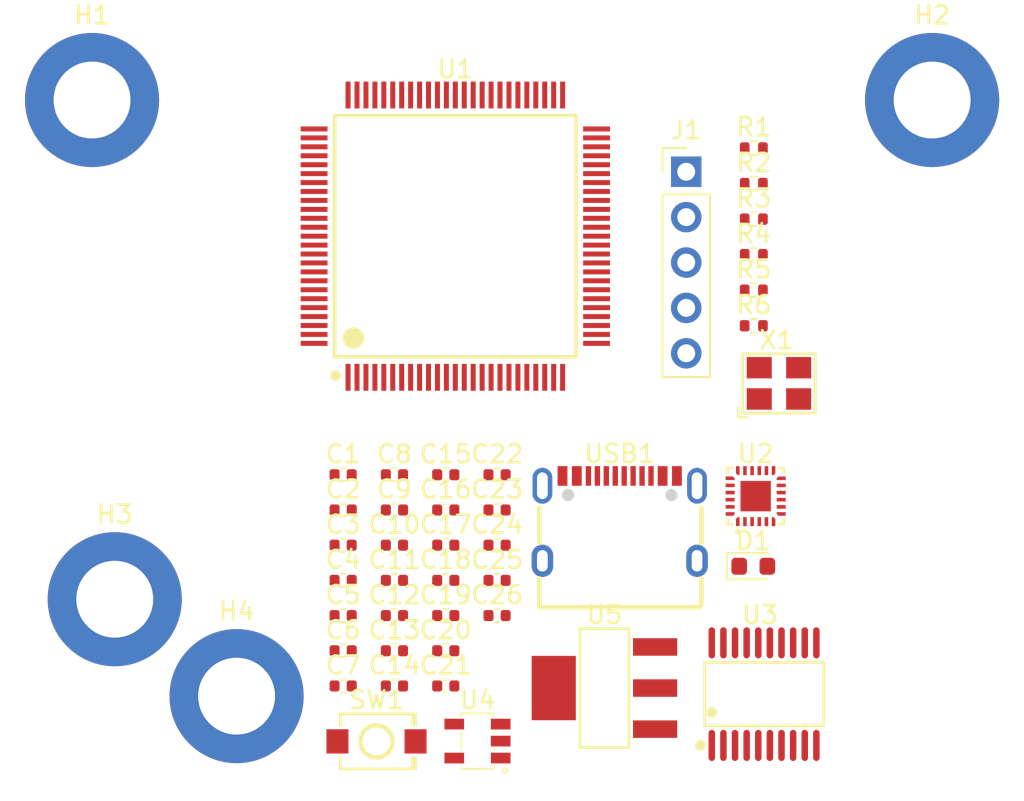
<source format=kicad_pcb>
(kicad_pcb (version 20240108) (generator "pcbnew") (generator_version "8.0")
  (layers (0 "F.Cu" signal) (31 "B.Cu" signal) (34 "B.Paste" user) (35 "F.Paste" user) (36 "B.SilkS" user "B.Silkscreen") (37 "F.SilkS" user "F.Silkscreen") (38 "B.Mask" user) (39 "F.Mask" user) (44 "Edge.Cuts" user))
  (net 0 "")
  (net 1 "/nrst")
  (net 2 "GND")
  (net 3 "Net-(U1-PH0-OSC_IN)")
  (net 4 "Net-(U1-PH1-OSC_OUT)")
  (net 5 "+3.3V")
  (net 6 "Net-(C10-Pad1)")
  (net 7 "Net-(C12-Pad1)")
  (net 8 "+1V8")
  (net 9 "Net-(U2-REGOUT)")
  (net 10 "+5V")
  (net 11 "Net-(D1-A)")
  (net 12 "/SWCLK")
  (net 13 "/SWDIO")
  (net 14 "/boot0")
  (net 15 "Net-(USB1-CC2)")
  (net 16 "Net-(USB1-CC1)")
  (net 23 "/SPI_MOSI")
  (net 36 "/USB-")
  (net 46 "/USB+")
  (net 54 "/SPI_CS")
  (net 81 "/SPI_MISO")
  (net 91 "/SPI_SCK")
  (net 95 "/SCK")
  (net 106 "/MOSI")
  (net 109 "/MISO")
  (net 114 "/CS")
  (footprint "Capacitor_SMD:C_0402_1005Metric" (layer "F.Cu") (at 139.165 110.835)
    (property "Reference" "C20" (at 0 -1.16 0) (layer "F.SilkS"))
    (property "Value" "100nF")
    (fp_line (start -0.107836 -0.36) (end 0.107836 -0.36) (stroke (width 0.12)) (layer "F.SilkS"))
    (fp_line (start -0.107836 0.36) (end 0.107836 0.36) (stroke (width 0.12)) (layer "F.SilkS"))
    (pad "1" smd roundrect (at -0.48 0) (size 0.56 0.62) (layers "F.Cu" "F.Paste" "F.Mask") (net 5 "+3.3V"))
    (pad "2" smd roundrect (at 0.48 0) (size 0.56 0.62) (layers "F.Cu" "F.Paste" "F.Mask") (net 2 "GND"))
  )
  (footprint "Capacitor_SMD:C_0402_1005Metric" (layer "F.Cu") (at 133.425 100.985)
    (property "Reference" "C1" (at 0 -1.16 0) (layer "F.SilkS"))
    (property "Value" "1uF")
    (fp_line (start -0.107836 -0.36) (end 0.107836 -0.36) (stroke (width 0.12)) (layer "F.SilkS"))
    (fp_line (start -0.107836 0.36) (end 0.107836 0.36) (stroke (width 0.12)) (layer "F.SilkS"))
    (pad "1" smd roundrect (at -0.48 0) (size 0.56 0.62) (layers "F.Cu" "F.Paste" "F.Mask") (net 2 "GND"))
    (pad "2" smd roundrect (at 0.48 0) (size 0.56 0.62) (layers "F.Cu" "F.Paste" "F.Mask") (net 1 "/nrst"))
  )
  (footprint "Connector_PinHeader_2.54mm:PinHeader_1x05_P2.54mm_Vertical" (layer "F.Cu") (at 152.615 84.025)
    (property "Reference" "J1" (at 0 -2.33 0) (layer "F.SilkS"))
    (property "Value" "SWD_interface")
    (fp_line (start -1.33 -1.33) (end 0 -1.33) (stroke (width 0.12)) (layer "F.SilkS"))
    (fp_line (start -1.33 0) (end -1.33 -1.33) (stroke (width 0.12)) (layer "F.SilkS"))
    (fp_line (start -1.33 1.27) (end -1.33 11.49) (stroke (width 0.12)) (layer "F.SilkS"))
    (fp_line (start -1.33 1.27) (end 1.33 1.27) (stroke (width 0.12)) (layer "F.SilkS"))
    (fp_line (start -1.33 11.49) (end 1.33 11.49) (stroke (width 0.12)) (layer "F.SilkS"))
    (fp_line (start 1.33 1.27) (end 1.33 11.49) (stroke (width 0.12)) (layer "F.SilkS"))
    (pad "1" thru_hole rect (at 0 0) (size 1.7 1.7) (drill 1) (layers "*.Cu" "*.Mask") (net 12 "/SWCLK"))
    (pad "2" thru_hole oval (at 0 2.54) (size 1.7 1.7) (drill 1) (layers "*.Cu" "*.Mask") (net 13 "/SWDIO"))
    (pad "3" thru_hole oval (at 0 5.08) (size 1.7 1.7) (drill 1) (layers "*.Cu" "*.Mask") (net 2 "GND"))
    (pad "4" thru_hole oval (at 0 7.62) (size 1.7 1.7) (drill 1) (layers "*.Cu" "*.Mask") (net 5 "+3.3V"))
    (pad "5" thru_hole oval (at 0 10.16) (size 1.7 1.7) (drill 1) (layers "*.Cu" "*.Mask") (net 14 "/boot0"))
  )
  (footprint "Capacitor_SMD:C_0402_1005Metric" (layer "F.Cu") (at 139.165 100.985)
    (property "Reference" "C15" (at 0 -1.16 0) (layer "F.SilkS"))
    (property "Value" "1uF")
    (fp_line (start -0.107836 -0.36) (end 0.107836 -0.36) (stroke (width 0.12)) (layer "F.SilkS"))
    (fp_line (start -0.107836 0.36) (end 0.107836 0.36) (stroke (width 0.12)) (layer "F.SilkS"))
    (pad "1" smd roundrect (at -0.48 0) (size 0.56 0.62) (layers "F.Cu" "F.Paste" "F.Mask") (net 2 "GND"))
    (pad "2" smd roundrect (at 0.48 0) (size 0.56 0.62) (layers "F.Cu" "F.Paste" "F.Mask") (net 8 "+1V8"))
  )
  (footprint "AMS1117-3.3:SOT-223-4_L6.5-W3.5-P2.30-LS7.0-BR" (layer "F.Cu") (at 148.04 112.92225)
    (property "Reference" "U5" (at 0 -4.10225 0) (layer "F.SilkS"))
    (property "Value" "~")
    (fp_line (start -1.3715 -3.326) (end 1.3715 -3.326) (stroke (width 0.1525)) (layer "F.SilkS"))
    (fp_line (start -1.3715 3.326) (end -1.3715 -3.326) (stroke (width 0.1525)) (layer "F.SilkS"))
    (fp_line (start 1.3715 -3.326) (end 1.3715 3.326) (stroke (width 0.1525)) (layer "F.SilkS"))
    (fp_line (start 1.3715 3.326) (end -1.3715 3.326) (stroke (width 0.1525)) (layer "F.SilkS"))
    (pad "1" smd rect (at 2.835 2.3) (size 2.47 0.98) (layers "F.Cu" "F.Paste" "F.Mask") (net 2 "GND"))
    (pad "2" smd rect (at 2.835 0) (size 2.47 0.98) (layers "F.Cu" "F.Paste" "F.Mask") (net 5 "+3.3V"))
    (pad "3" smd rect (at 2.835 -2.3) (size 2.47 0.98) (layers "F.Cu" "F.Paste" "F.Mask") (net 10 "+5V"))
    (pad "4" smd rect (at -2.835 0) (size 2.47 3.6) (layers "F.Cu" "F.Paste" "F.Mask") (net 5 "+3.3V"))
  )
  (footprint "STM32H750VBT6TR:QFP-100_L14.0-W14.0-P0.50-LS16.0-BL" (layer "F.Cu") (at 139.7 87.63)
    (property "Reference" "U1" (at 0 -9.35 0) (layer "F.SilkS"))
    (property "Value" "~")
    (fp_line (start -6.75 -6.75) (end -6.75 6.75) (stroke (width 0.2)) (layer "F.SilkS"))
    (fp_line (start -6.75 6.75) (end 6.75 6.75) (stroke (width 0.2)) (layer "F.SilkS"))
    (fp_line (start 6.75 -6.75) (end -6.75 -6.75) (stroke (width 0.2)) (layer "F.SilkS"))
    (fp_line (start 6.75 6.75) (end 6.75 -6.75) (stroke (width 0.2)) (layer "F.SilkS"))
    (fp_arc (start -6.699 7.65) (mid -6.69975 7.950003) (end -6.7015 7.65) (stroke (width 0.3)) (layer "F.SilkS"))
    (fp_arc (start -5.6975 5.4) (mid -5.7 6.00001) (end -5.7025 5.4) (stroke (width 0.6)) (layer "F.SilkS"))
    (pad "1" smd rect (at -6 7.9 180) (size 0.28 1.5) (layers "F.Cu" "F.Paste" "F.Mask"))
    (pad "2" smd rect (at -5.5 7.9 180) (size 0.28 1.5) (layers "F.Cu" "F.Paste" "F.Mask"))
    (pad "3" smd rect (at -5 7.9 180) (size 0.28 1.5) (layers "F.Cu" "F.Paste" "F.Mask"))
    (pad "4" smd rect (at -4.5 7.9 180) (size 0.28 1.5) (layers "F.Cu" "F.Paste" "F.Mask"))
    (pad "5" smd rect (at -4 7.9 180) (size 0.28 1.5) (layers "F.Cu" "F.Paste" "F.Mask"))
    (pad "6" smd rect (at -3.5 7.9 180) (size 0.28 1.5) (layers "F.Cu" "F.Paste" "F.Mask") (net 5 "+3.3V"))
    (pad "7" smd rect (at -3 7.9 180) (size 0.28 1.5) (layers "F.Cu" "F.Paste" "F.Mask"))
    (pad "8" smd rect (at -2.5 7.9 180) (size 0.28 1.5) (layers "F.Cu" "F.Paste" "F.Mask"))
    (pad "9" smd rect (at -2 7.9 180) (size 0.28 1.5) (layers "F.Cu" "F.Paste" "F.Mask"))
    (pad "10" smd rect (at -1.5 7.9 180) (size 0.28 1.5) (layers "F.Cu" "F.Paste" "F.Mask") (net 2 "GND"))
    (pad "11" smd rect (at -1 7.9 180) (size 0.28 1.5) (layers "F.Cu" "F.Paste" "F.Mask") (net 5 "+3.3V"))
    (pad "12" smd rect (at -0.5 7.9 180) (size 0.28 1.5) (layers "F.Cu" "F.Paste" "F.Mask") (net 3 "Net-(U1-PH0-OSC_IN)"))
    (pad "13" smd rect (at 0 7.9 180) (size 0.28 1.5) (layers "F.Cu" "F.Paste" "F.Mask") (net 4 "Net-(U1-PH1-OSC_OUT)"))
    (pad "14" smd rect (at 0.5 7.9 180) (size 0.28 1.5) (layers "F.Cu" "F.Paste" "F.Mask") (net 1 "/nrst"))
    (pad "15" smd rect (at 1 7.9 180) (size 0.28 1.5) (layers "F.Cu" "F.Paste" "F.Mask"))
    (pad "16" smd rect (at 1.5 7.9 180) (size 0.28 1.5) (layers "F.Cu" "F.Paste" "F.Mask"))
    (pad "17" smd rect (at 2 7.9 180) (size 0.28 1.5) (layers "F.Cu" "F.Paste" "F.Mask"))
    (pad "18" smd rect (at 2.5 7.9 180) (size 0.28 1.5) (layers "F.Cu" "F.Paste" "F.Mask"))
    (pad "19" smd rect (at 3 7.9 180) (size 0.28 1.5) (layers "F.Cu" "F.Paste" "F.Mask") (net 2 "GND"))
    (pad "20" smd rect (at 3.5 7.9 180) (size 0.28 1.5) (layers "F.Cu" "F.Paste" "F.Mask") (net 5 "+3.3V"))
    (pad "21" smd rect (at 4 7.9 180) (size 0.28 1.5) (layers "F.Cu" "F.Paste" "F.Mask") (net 5 "+3.3V"))
    (pad "22" smd rect (at 4.5 7.9 180) (size 0.28 1.5) (layers "F.Cu" "F.Paste" "F.Mask"))
    (pad "23" smd rect (at 5 7.9 180) (size 0.28 1.5) (layers "F.Cu" "F.Paste" "F.Mask"))
    (pad "24" smd rect (at 5.5 7.9 180) (size 0.28 1.5) (layers "F.Cu" "F.Paste" "F.Mask"))
    (pad "25" smd rect (at 6 7.9 180) (size 0.28 1.5) (layers "F.Cu" "F.Paste" "F.Mask"))
    (pad "26" smd rect (at 7.9 6 90) (size 0.28 1.5) (layers "F.Cu" "F.Paste" "F.Mask") (net 2 "GND"))
    (pad "27" smd rect (at 7.9 5.5 90) (size 0.28 1.5) (layers "F.Cu" "F.Paste" "F.Mask") (net 5 "+3.3V"))
    (pad "28" smd rect (at 7.9 5 90) (size 0.28 1.5) (layers "F.Cu" "F.Paste" "F.Mask"))
    (pad "29" smd rect (at 7.9 4.5 90) (size 0.28 1.5) (layers "F.Cu" "F.Paste" "F.Mask"))
    (pad "30" smd rect (at 7.9 4 90) (size 0.28 1.5) (layers "F.Cu" "F.Paste" "F.Mask"))
    (pad "31" smd rect (at 7.9 3.5 90) (size 0.28 1.5) (layers "F.Cu" "F.Paste" "F.Mask"))
    (pad "32" smd rect (at 7.9 3 90) (size 0.28 1.5) (layers "F.Cu" "F.Paste" "F.Mask"))
    (pad "33" smd rect (at 7.9 2.5 90) (size 0.28 1.5) (layers "F.Cu" "F.Paste" "F.Mask"))
    (pad "34" smd rect (at 7.9 2 90) (size 0.28 1.5) (layers "F.Cu" "F.Paste" "F.Mask"))
    (pad "35" smd rect (at 7.9 1.5 90) (size 0.28 1.5) (layers "F.Cu" "F.Paste" "F.Mask"))
    (pad "36" smd rect (at 7.9 1 90) (size 0.28 1.5) (layers "F.Cu" "F.Paste" "F.Mask"))
    (pad "37" smd rect (at 7.9 0.5 90) (size 0.28 1.5) (layers "F.Cu" "F.Paste" "F.Mask"))
    (pad "38" smd rect (at 7.9 0 90) (size 0.28 1.5) (layers "F.Cu" "F.Paste" "F.Mask"))
    (pad "39" smd rect (at 7.9 -0.5 90) (size 0.28 1.5) (layers "F.Cu" "F.Paste" "F.Mask"))
    (pad "40" smd rect (at 7.9 -1 90) (size 0.28 1.5) (layers "F.Cu" "F.Paste" "F.Mask"))
    (pad "41" smd rect (at 7.9 -1.5 90) (size 0.28 1.5) (layers "F.Cu" "F.Paste" "F.Mask"))
    (pad "42" smd rect (at 7.9 -2 90) (size 0.28 1.5) (layers "F.Cu" "F.Paste" "F.Mask"))
    (pad "43" smd rect (at 7.9 -2.5 90) (size 0.28 1.5) (layers "F.Cu" "F.Paste" "F.Mask"))
    (pad "44" smd rect (at 7.9 -3 90) (size 0.28 1.5) (layers "F.Cu" "F.Paste" "F.Mask"))
    (pad "45" smd rect (at 7.9 -3.5 90) (size 0.28 1.5) (layers "F.Cu" "F.Paste" "F.Mask"))
    (pad "46" smd rect (at 7.9 -4 90) (size 0.28 1.5) (layers "F.Cu" "F.Paste" "F.Mask"))
    (pad "47" smd rect (at 7.9 -4.5 90) (size 0.28 1.5) (layers "F.Cu" "F.Paste" "F.Mask"))
    (pad "48" smd rect (at 7.9 -5 90) (size 0.28 1.5) (layers "F.Cu" "F.Paste" "F.Mask") (net 6 "Net-(C10-Pad1)"))
    (pad "49" smd rect (at 7.9 -5.5 90) (size 0.28 1.5) (layers "F.Cu" "F.Paste" "F.Mask") (net 2 "GND"))
    (pad "50" smd rect (at 7.9 -6 90) (size 0.28 1.5) (layers "F.Cu" "F.Paste" "F.Mask") (net 5 "+3.3V"))
    (pad "51" smd rect (at 6 -7.9 180) (size 0.28 1.5) (layers "F.Cu" "F.Paste" "F.Mask"))
    (pad "52" smd rect (at 5.5 -7.9 180) (size 0.28 1.5) (layers "F.Cu" "F.Paste" "F.Mask"))
    (pad "53" smd rect (at 5 -7.9 180) (size 0.28 1.5) (layers "F.Cu" "F.Paste" "F.Mask"))
    (pad "54" smd rect (at 4.5 -7.9 180) (size 0.28 1.5) (layers "F.Cu" "F.Paste" "F.Mask"))
    (pad "55" smd rect (at 4 -7.9 180) (size 0.28 1.5) (layers "F.Cu" "F.Paste" "F.Mask"))
    (pad "56" smd rect (at 3.5 -7.9 180) (size 0.28 1.5) (layers "F.Cu" "F.Paste" "F.Mask"))
    (pad "57" smd rect (at 3 -7.9 180) (size 0.28 1.5) (layers "F.Cu" "F.Paste" "F.Mask"))
    (pad "58" smd rect (at 2.5 -7.9 180) (size 0.28 1.5) (layers "F.Cu" "F.Paste" "F.Mask"))
    (pad "59" smd rect (at 2 -7.9 180) (size 0.28 1.5) (layers "F.Cu" "F.Paste" "F.Mask"))
    (pad "60" smd rect (at 1.5 -7.9 180) (size 0.28 1.5) (layers "F.Cu" "F.Paste" "F.Mask"))
    (pad "61" smd rect (at 1 -7.9 180) (size 0.28 1.5) (layers "F.Cu" "F.Paste" "F.Mask"))
    (pad "62" smd rect (at 0.5 -7.9 180) (size 0.28 1.5) (layers "F.Cu" "F.Paste" "F.Mask"))
    (pad "63" smd rect (at 0 -7.9 180) (size 0.28 1.5) (layers "F.Cu" "F.Paste" "F.Mask"))
    (pad "64" smd rect (at -0.5 -7.9 180) (size 0.28 1.5) (layers "F.Cu" "F.Paste" "F.Mask"))
    (pad "65" smd rect (at -1 -7.9 180) (size 0.28 1.5) (layers "F.Cu" "F.Paste" "F.Mask"))
    (pad "66" smd rect (at -1.5 -7.9 180) (size 0.28 1.5) (layers "F.Cu" "F.Paste" "F.Mask"))
    (pad "67" smd rect (at -2 -7.9 180) (size 0.28 1.5) (layers "F.Cu" "F.Paste" "F.Mask"))
    (pad "68" smd rect (at -2.5 -7.9 180) (size 0.28 1.5) (layers "F.Cu" "F.Paste" "F.Mask"))
    (pad "69" smd rect (at -3 -7.9 180) (size 0.28 1.5) (layers "F.Cu" "F.Paste" "F.Mask"))
    (pad "70" smd rect (at -3.5 -7.9 180) (size 0.28 1.5) (layers "F.Cu" "F.Paste" "F.Mask") (net 36 "/USB-"))
    (pad "71" smd rect (at -4 -7.9 180) (size 0.28 1.5) (layers "F.Cu" "F.Paste" "F.Mask") (net 46 "/USB+"))
    (pad "72" smd rect (at -4.5 -7.9 180) (size 0.28 1.5) (layers "F.Cu" "F.Paste" "F.Mask") (net 13 "/SWDIO"))
    (pad "73" smd rect (at -5 -7.9 180) (size 0.28 1.5) (layers "F.Cu" "F.Paste" "F.Mask") (net 7 "Net-(C12-Pad1)"))
    (pad "74" smd rect (at -5.5 -7.9 180) (size 0.28 1.5) (layers "F.Cu" "F.Paste" "F.Mask") (net 2 "GND"))
    (pad "75" smd rect (at -6 -7.9 180) (size 0.28 1.5) (layers "F.Cu" "F.Paste" "F.Mask") (net 5 "+3.3V"))
    (pad "76" smd rect (at -7.9 -6 90) (size 0.28 1.5) (layers "F.Cu" "F.Paste" "F.Mask") (net 12 "/SWCLK"))
    (pad "77" smd rect (at -7.9 -5.5 90) (size 0.28 1.5) (layers "F.Cu" "F.Paste" "F.Mask") (net 54 "/SPI_CS"))
    (pad "78" smd rect (at -7.9 -5 90) (size 0.28 1.5) (layers "F.Cu" "F.Paste" "F.Mask"))
    (pad "79" smd rect (at -7.9 -4.5 90) (size 0.28 1.5) (layers "F.Cu" "F.Paste" "F.Mask"))
    (pad "80" smd rect (at -7.9 -4 90) (size 0.28 1.5) (layers "F.Cu" "F.Paste" "F.Mask"))
    (pad "81" smd rect (at -7.9 -3.5 90) (size 0.28 1.5) (layers "F.Cu" "F.Paste" "F.Mask"))
    (pad "82" smd rect (at -7.9 -3 90) (size 0.28 1.5) (layers "F.Cu" "F.Paste" "F.Mask"))
    (pad "83" smd rect (at -7.9 -2.5 90) (size 0.28 1.5) (layers "F.Cu" "F.Paste" "F.Mask"))
    (pad "84" smd rect (at -7.9 -2 90) (size 0.28 1.5) (layers "F.Cu" "F.Paste" "F.Mask"))
    (pad "85" smd rect (at -7.9 -1.5 90) (size 0.28 1.5) (layers "F.Cu" "F.Paste" "F.Mask"))
    (pad "86" smd rect (at -7.9 -1 90) (size 0.28 1.5) (layers "F.Cu" "F.Paste" "F.Mask"))
    (pad "87" smd rect (at -7.9 -0.5 90) (size 0.28 1.5) (layers "F.Cu" "F.Paste" "F.Mask"))
    (pad "88" smd rect (at -7.9 0 90) (size 0.28 1.5) (layers "F.Cu" "F.Paste" "F.Mask") (net 23 "/SPI_MOSI"))
    (pad "89" smd rect (at -7.9 0.5 90) (size 0.28 1.5) (layers "F.Cu" "F.Paste" "F.Mask") (net 91 "/SPI_SCK"))
    (pad "90" smd rect (at -7.9 1 90) (size 0.28 1.5) (layers "F.Cu" "F.Paste" "F.Mask") (net 81 "/SPI_MISO"))
    (pad "91" smd rect (at -7.9 1.5 90) (size 0.28 1.5) (layers "F.Cu" "F.Paste" "F.Mask"))
    (pad "92" smd rect (at -7.9 2 90) (size 0.28 1.5) (layers "F.Cu" "F.Paste" "F.Mask"))
    (pad "93" smd rect (at -7.9 2.5 90) (size 0.28 1.5) (layers "F.Cu" "F.Paste" "F.Mask"))
    (pad "94" smd rect (at -7.9 3 90) (size 0.28 1.5) (layers "F.Cu" "F.Paste" "F.Mask") (net 14 "/boot0"))
    (pad "95" smd rect (at -7.9 3.5 90) (size 0.28 1.5) (layers "F.Cu" "F.Paste" "F.Mask"))
    (pad "96" smd rect (at -7.9 4 90) (size 0.28 1.5) (layers "F.Cu" "F.Paste" "F.Mask"))
    (pad "97" smd rect (at -7.9 4.5 90) (size 0.28 1.5) (layers "F.Cu" "F.Paste" "F.Mask"))
    (pad "98" smd rect (at -7.9 5 90) (size 0.28 1.5) (layers "F.Cu" "F.Paste" "F.Mask"))
    (pad "99" smd rect (at -7.9 5.5 90) (size 0.28 1.5) (layers "F.Cu" "F.Paste" "F.Mask") (net 2 "GND"))
    (pad "100" smd rect (at -7.9 6 90) (size 0.28 1.5) (layers "F.Cu" "F.Paste" "F.Mask") (net 5 "+3.3V"))
  )
  (footprint "Resistor_SMD:R_0402_1005Metric" (layer "F.Cu") (at 156.395 90.655)
    (property "Reference" "R5" (at 0 -1.17 0) (layer "F.SilkS"))
    (property "Value" "10k")
    (fp_line (start -0.153641 -0.38) (end 0.153641 -0.38) (stroke (width 0.12)) (layer "F.SilkS"))
    (fp_line (start -0.153641 0.38) (end 0.153641 0.38) (stroke (width 0.12)) (layer "F.SilkS"))
    (pad "1" smd roundrect (at -0.51 0) (size 0.54 0.64) (layers "F.Cu" "F.Paste" "F.Mask") (net 2 "GND"))
    (pad "2" smd roundrect (at 0.51 0) (size 0.54 0.64) (layers "F.Cu" "F.Paste" "F.Mask") (net 12 "/SWCLK"))
  )
  (footprint "TYPE-16-C:USB-C-SMD_TYPE-C-6PIN-2MD-073" (layer "F.Cu") (at 148.895 103.425)
    (property "Reference" "USB1" (at 0 -3.625 0) (layer "F.SilkS"))
    (property "Value" "~")
    (fp_line (start -4.5 1.394) (end -4.5 -0.594) (stroke (width 0.254)) (layer "F.SilkS"))
    (fp_line (start -4.5 4.975) (end -4.5 3.356) (stroke (width 0.254)) (layer "F.SilkS"))
    (fp_line (start 4.5 4.975) (end -4.5 4.975) (stroke (width 0.254)) (layer "F.SilkS"))
    (fp_line (start 4.572 1.397) (end 4.572 -0.597) (stroke (width 0.254)) (layer "F.SilkS"))
    (fp_line (start 4.572 4.826) (end 4.572 3.353) (stroke (width 0.254)) (layer "F.SilkS"))
    (fp_poly (pts (xy -2.54 -1.305) (xy -2.55713 -1.413156) (xy -2.606844 -1.510725) (xy -2.684275 -1.588156) (xy -2.781844 -1.63787) (xy -2.89 -1.655) (xy -2.998156 -1.63787) (xy -3.095725 -1.588156) (xy -3.173156 -1.510725) (xy -3.22287 -1.413156) (xy -3.24 -1.305) (xy -3.22287 -1.196844) (xy -3.173156 -1.099275) (xy -3.095725 -1.021844) (xy -2.998156 -0.97213) (xy -2.89 -0.955) (xy -2.781844 -0.97213) (xy -2.684275 -1.021844) (xy -2.606844 -1.099275) (xy -2.55713 -1.196844)) (fill solid) (layer "Edge.Cuts"))
    (fp_poly (pts (xy 3.24 -1.305) (xy 3.22287 -1.413156) (xy 3.173156 -1.510725) (xy 3.095725 -1.588156) (xy 2.998156 -1.63787) (xy 2.89 -1.655) (xy 2.781844 -1.63787) (xy 2.684275 -1.588156) (xy 2.606844 -1.510725) (xy 2.55713 -1.413156) (xy 2.54 -1.305) (xy 2.55713 -1.196844) (xy 2.606844 -1.099275) (xy 2.684275 -1.021844) (xy 2.781844 -0.97213) (xy 2.89 -0.955) (xy 2.998156 -0.97213) (xy 3.095725 -1.021844) (xy 3.173156 -1.099275) (xy 3.22287 -1.196844)) (fill solid) (layer "Edge.Cuts"))
    (pad "1" smd rect (at -3.2 -2.375) (size 0.55 1.1) (layers "F.Cu" "F.Paste" "F.Mask") (net 2 "GND"))
    (pad "2" smd rect (at -2.4 -2.375) (size 0.55 1.1) (layers "F.Cu" "F.Paste" "F.Mask") (net 10 "+5V"))
    (pad "3" smd rect (at -1.75 -2.375) (size 0.3 1.1) (layers "F.Cu" "F.Paste" "F.Mask"))
    (pad "4" smd rect (at -1.25 -2.375) (size 0.3 1.1) (layers "F.Cu" "F.Paste" "F.Mask") (net 16 "Net-(USB1-CC1)"))
    (pad "5" smd rect (at -0.75 -2.375) (size 0.3 1.1) (layers "F.Cu" "F.Paste" "F.Mask") (net 36 "/USB-"))
    (pad "6" smd rect (at -0.25 -2.375) (size 0.3 1.1) (layers "F.Cu" "F.Paste" "F.Mask") (net 46 "/USB+"))
    (pad "7" smd rect (at 0.25 -2.375) (size 0.3 1.1) (layers "F.Cu" "F.Paste" "F.Mask") (net 36 "/USB-"))
    (pad "8" smd rect (at 0.75 -2.375) (size 0.3 1.1) (layers "F.Cu" "F.Paste" "F.Mask") (net 46 "/USB+"))
    (pad "9" smd rect (at 1.25 -2.375) (size 0.3 1.1) (layers "F.Cu" "F.Paste" "F.Mask"))
    (pad "10" smd rect (at 1.75 -2.375) (size 0.3 1.1) (layers "F.Cu" "F.Paste" "F.Mask") (net 15 "Net-(USB1-CC2)"))
    (pad "11" smd rect (at 2.4 -2.375) (size 0.55 1.1) (layers "F.Cu" "F.Paste" "F.Mask") (net 10 "+5V"))
    (pad "12" smd rect (at 3.2 -2.375) (size 0.55 1.1) (layers "F.Cu" "F.Paste" "F.Mask") (net 2 "GND"))
    (pad "13" thru_hole oval (at -4.325 -1.825) (size 1.1 2) (drill oval 0.6 1.5) (layers "*.Cu" "*.Mask") (net 2 "GND"))
    (pad "13" thru_hole oval (at -4.325 2.375) (size 1.2 1.8) (drill oval 0.6 1.2) (layers "*.Cu" "*.Mask") (net 2 "GND"))
    (pad "14" thru_hole oval (at 4.325 -1.825) (size 1.1 2) (drill oval 0.6 1.5) (layers "*.Cu" "*.Mask") (net 2 "GND"))
    (pad "14" thru_hole oval (at 4.325 2.375) (size 1.2 1.8) (drill oval 0.6 1.2) (layers "*.Cu" "*.Mask") (net 2 "GND"))
  )
  (footprint "Capacitor_SMD:C_0402_1005Metric" (layer "F.Cu") (at 136.295 106.895)
    (property "Reference" "C11" (at 0 -1.16 0) (layer "F.SilkS"))
    (property "Value" "100nF")
    (fp_line (start -0.107836 -0.36) (end 0.107836 -0.36) (stroke (width 0.12)) (layer "F.SilkS"))
    (fp_line (start -0.107836 0.36) (end 0.107836 0.36) (stroke (width 0.12)) (layer "F.SilkS"))
    (pad "1" smd roundrect (at -0.48 0) (size 0.56 0.62) (layers "F.Cu" "F.Paste" "F.Mask") (net 2 "GND"))
    (pad "2" smd roundrect (at 0.48 0) (size 0.56 0.62) (layers "F.Cu" "F.Paste" "F.Mask") (net 5 "+3.3V"))
  )
  (footprint "Capacitor_SMD:C_0402_1005Metric" (layer "F.Cu") (at 133.425 102.955)
    (property "Reference" "C2" (at 0 -1.16 0) (layer "F.SilkS"))
    (property "Value" "20pF")
    (fp_line (start -0.107836 -0.36) (end 0.107836 -0.36) (stroke (width 0.12)) (layer "F.SilkS"))
    (fp_line (start -0.107836 0.36) (end 0.107836 0.36) (stroke (width 0.12)) (layer "F.SilkS"))
    (pad "1" smd roundrect (at -0.48 0) (size 0.56 0.62) (layers "F.Cu" "F.Paste" "F.Mask") (net 3 "Net-(U1-PH0-OSC_IN)"))
    (pad "2" smd roundrect (at 0.48 0) (size 0.56 0.62) (layers "F.Cu" "F.Paste" "F.Mask") (net 2 "GND"))
  )
  (footprint "LP5907MFX-1.8:SOT-23-5_L3.0-W1.7-P0.95-LS2.8-BR" (layer "F.Cu") (at 140.94 115.89)
    (property "Reference" "U4" (at 0 -2.3 0) (layer "F.SilkS"))
    (property "Value" "~")
    (fp_line (start -0.9 -1.55) (end -0.9 -1.404) (stroke (width 0.1)) (layer "F.SilkS"))
    (fp_line (start -0.9 -1.55) (end 0.9 -1.55) (stroke (width 0.1)) (layer "F.SilkS"))
    (fp_line (start -0.9 -0.496) (end -0.9 0.496) (stroke (width 0.1)) (layer "F.SilkS"))
    (fp_line (start -0.9 1.404) (end -0.9 1.55) (stroke (width 0.1)) (layer "F.SilkS"))
    (fp_line (start -0.9 1.55) (end 0.9 1.55) (stroke (width 0.1)) (layer "F.SilkS"))
    (fp_line (start 0.9 -1.55) (end 0.9 -1.404) (stroke (width 0.1)) (layer "F.SilkS"))
    (fp_line (start 0.9 -0.496) (end 0.9 -0.454) (stroke (width 0.1)) (layer "F.SilkS"))
    (fp_line (start 0.9 0.454) (end 0.9 0.496) (stroke (width 0.1)) (layer "F.SilkS"))
    (fp_line (start 0.9 1.404) (end 0.9 1.55) (stroke (width 0.1)) (layer "F.SilkS"))
    (fp_circle (center 1.524 1.651) (end 1.651 1.651) (stroke (width 0.1)) (fill none) (layer "F.SilkS"))
    (pad "1" smd rect (at 1.3 0.95) (size 1.1 0.6) (layers "F.Cu" "F.Paste" "F.Mask") (net 5 "+3.3V"))
    (pad "2" smd rect (at 1.3 0) (size 1.1 0.6) (layers "F.Cu" "F.Paste" "F.Mask") (net 2 "GND"))
    (pad "3" smd rect (at 1.3 -0.95) (size 1.1 0.6) (layers "F.Cu" "F.Paste" "F.Mask") (net 5 "+3.3V"))
    (pad "4" smd rect (at -1.3 -0.95) (size 1.1 0.6) (layers "F.Cu" "F.Paste" "F.Mask"))
    (pad "5" smd rect (at -1.3 0.95) (size 1.1 0.6) (layers "F.Cu" "F.Paste" "F.Mask") (net 8 "+1V8"))
  )
  (footprint "Resistor_SMD:R_0402_1005Metric" (layer "F.Cu") (at 156.395 88.665)
    (property "Reference" "R4" (at 0 -1.17 0) (layer "F.SilkS"))
    (property "Value" "5.1k")
    (fp_line (start -0.153641 -0.38) (end 0.153641 -0.38) (stroke (width 0.12)) (layer "F.SilkS"))
    (fp_line (start -0.153641 0.38) (end 0.153641 0.38) (stroke (width 0.12)) (layer "F.SilkS"))
    (pad "1" smd roundrect (at -0.51 0) (size 0.54 0.64) (layers "F.Cu" "F.Paste" "F.Mask") (net 16 "Net-(USB1-CC1)"))
    (pad "2" smd roundrect (at 0.51 0) (size 0.54 0.64) (layers "F.Cu" "F.Paste" "F.Mask") (net 2 "GND"))
  )
  (footprint "ICM-20948:QFN-24_L3.0-W3.0-P0.40-BL-EP" (layer "F.Cu") (at 156.5 102.18)
    (property "Reference" "U2" (at 0 -2.38 0) (layer "F.SilkS"))
    (property "Value" "~")
    (fp_line (start -1.576 -1.576) (end -1.3025 -1.576) (stroke (width 0.1525)) (layer "F.SilkS"))
    (fp_line (start -1.576 -1.3025) (end -1.576 -1.576) (stroke (width 0.1525)) (layer "F.SilkS"))
    (fp_line (start -1.576 1.3025) (end -1.576 1.576) (stroke (width 0.1525)) (layer "F.SilkS"))
    (fp_line (start -1.576 1.576) (end -1.3025 1.576) (stroke (width 0.1525)) (layer "F.SilkS"))
    (fp_line (start 1.576 -1.576) (end 1.3025 -1.576) (stroke (width 0.1525)) (layer "F.SilkS"))
    (fp_line (start 1.576 -1.3025) (end 1.576 -1.576) (stroke (width 0.1525)) (layer "F.SilkS"))
    (fp_line (start 1.576 1.3025) (end 1.576 1.576) (stroke (width 0.1525)) (layer "F.SilkS"))
    (fp_line (start 1.576 1.576) (end 1.3025 1.576) (stroke (width 0.1525)) (layer "F.SilkS"))
    (fp_circle (center -1 1.98) (end -0.925 1.98) (stroke (width 0.15)) (fill none) (layer "F.SilkS"))
    (pad "1" smd custom (at -0.9995 1.4275) (size 0.000001 0.000001) (layers "F.Cu" "F.Paste" "F.Mask") (options (clearance outline) (anchor circle)) (primitives (gr_poly (pts (xy -0.1005 0.2525) (xy 0.0995 0.2525) (xy 0.0995 -0.2525) (xy -0.0005 -0.253) (xy -0.1005 -0.153)) (width 0) (fill yes))))
    (pad "2" smd rect (at -0.6 1.4275) (size 0.2 0.505) (layers "F.Cu" "F.Paste" "F.Mask"))
    (pad "3" smd rect (at -0.2 1.4275) (size 0.2 0.505) (layers "F.Cu" "F.Paste" "F.Mask"))
    (pad "4" smd rect (at 0.2 1.4275) (size 0.2 0.505) (layers "F.Cu" "F.Paste" "F.Mask"))
    (pad "5" smd rect (at 0.6 1.4275) (size 0.2 0.505) (layers "F.Cu" "F.Paste" "F.Mask"))
    (pad "6" smd custom (at 1 1.4275) (size 0.000001 0.000001) (layers "F.Cu" "F.Paste" "F.Mask") (options (clearance outline) (anchor circle)) (primitives (gr_poly (pts (xy 0.1 0.2525) (xy -0.1 0.2525) (xy -0.1 -0.2525) (xy 0 -0.253) (xy 0.1 -0.153)) (width 0) (fill yes))))
    (pad "7" smd custom (at 1.4275 1) (size 0.000001 0.000001) (layers "F.Cu" "F.Paste" "F.Mask") (options (clearance outline) (anchor circle)) (primitives (gr_poly (pts (xy 0.2525 0.1) (xy -0.153 0.1) (xy -0.253 0) (xy -0.2525 -0.1) (xy 0.2525 -0.1)) (width 0) (fill yes))))
    (pad "8" smd rect (at 1.4275 0.6) (size 0.505 0.2) (layers "F.Cu" "F.Paste" "F.Mask") (net 8 "+1V8"))
    (pad "9" smd rect (at 1.4275 0.2) (size 0.505 0.2) (layers "F.Cu" "F.Paste" "F.Mask") (net 109 "/MISO"))
    (pad "10" smd rect (at 1.4275 -0.2) (size 0.505 0.2) (layers "F.Cu" "F.Paste" "F.Mask") (net 9 "Net-(U2-REGOUT)"))
    (pad "11" smd rect (at 1.4275 -0.6) (size 0.505 0.2) (layers "F.Cu" "F.Paste" "F.Mask"))
    (pad "12" smd custom (at 1.4275 -1) (size 0.000001 0.000001) (layers "F.Cu" "F.Paste" "F.Mask") (options (clearance outline) (anchor circle)) (primitives (gr_poly (pts (xy 0.2525 -0.1) (xy -0.153 -0.1) (xy -0.253 0) (xy -0.2525 0.1) (xy 0.2525 0.1)) (width 0) (fill yes))))
    (pad "13" smd custom (at 1 -1.4275) (size 0.000001 0.000001) (layers "F.Cu" "F.Paste" "F.Mask") (net 8 "+1V8") (options (clearance outline) (anchor circle)) (primitives (gr_poly (pts (xy 0.1 -0.2525) (xy -0.1 -0.2525) (xy -0.1 0.2525) (xy 0 0.253) (xy 0.1 0.153)) (width 0) (fill yes))))
    (pad "14" smd rect (at 0.6 -1.4275) (size 0.2 0.505) (layers "F.Cu" "F.Paste" "F.Mask"))
    (pad "15" smd rect (at 0.2 -1.4275) (size 0.2 0.505) (layers "F.Cu" "F.Paste" "F.Mask"))
    (pad "16" smd rect (at -0.2 -1.4275) (size 0.2 0.505) (layers "F.Cu" "F.Paste" "F.Mask"))
    (pad "17" smd rect (at -0.6 -1.4275) (size 0.2 0.505) (layers "F.Cu" "F.Paste" "F.Mask"))
    (pad "18" smd custom (at -1 -1.4275) (size 0.000001 0.000001) (layers "F.Cu" "F.Paste" "F.Mask") (net 2 "GND") (options (clearance outline) (anchor circle)) (primitives (gr_poly (pts (xy -0.1 -0.2525) (xy 0.1 -0.2525) (xy 0.1 0.2525) (xy 0 0.253) (xy -0.1 0.153)) (width 0) (fill yes))))
    (pad "19" smd custom (at -1.4275 -1) (size 0.000001 0.000001) (layers "F.Cu" "F.Paste" "F.Mask") (options (clearance outline) (anchor circle)) (primitives (gr_poly (pts (xy -0.2525 -0.1) (xy 0.153 -0.1) (xy 0.253 0) (xy 0.2525 0.1) (xy -0.2525 0.1)) (width 0) (fill yes))))
    (pad "20" smd rect (at -1.4275 -0.6) (size 0.505 0.2) (layers "F.Cu" "F.Paste" "F.Mask"))
    (pad "21" smd rect (at -1.4275 -0.2) (size 0.505 0.2) (layers "F.Cu" "F.Paste" "F.Mask"))
    (pad "22" smd rect (at -1.4275 0.2) (size 0.505 0.2) (layers "F.Cu" "F.Paste" "F.Mask") (net 114 "/CS"))
    (pad "23" smd rect (at -1.4275 0.6) (size 0.505 0.2) (layers "F.Cu" "F.Paste" "F.Mask") (net 95 "/SCK"))
    (pad "24" smd custom (at -1.4275 1) (size 0.000001 0.000001) (layers "F.Cu" "F.Paste" "F.Mask") (net 106 "/MOSI") (options (clearance outline) (anchor circle)) (primitives (gr_poly (pts (xy -0.2525 0.1) (xy 0.153 0.1) (xy 0.253 0) (xy 0.2525 -0.1) (xy -0.2525 -0.1)) (width 0) (fill yes))))
    (pad "25" smd rect (at 0 0) (size 1.7 1.7) (layers "F.Cu" "F.Paste" "F.Mask"))
  )
  (footprint "Capacitor_SMD:C_0402_1005Metric" (layer "F.Cu") (at 133.425 108.865)
    (property "Reference" "C5" (at 0 -1.16 0) (layer "F.SilkS"))
    (property "Value" "1uF")
    (fp_line (start -0.107836 -0.36) (end 0.107836 -0.36) (stroke (width 0.12)) (layer "F.SilkS"))
    (fp_line (start -0.107836 0.36) (end 0.107836 0.36) (stroke (width 0.12)) (layer "F.SilkS"))
    (pad "1" smd roundrect (at -0.48 0) (size 0.56 0.62) (layers "F.Cu" "F.Paste" "F.Mask") (net 5 "+3.3V"))
    (pad "2" smd roundrect (at 0.48 0) (size 0.56 0.62) (layers "F.Cu" "F.Paste" "F.Mask") (net 2 "GND"))
  )
  (footprint "Capacitor_SMD:C_0402_1005Metric" (layer "F.Cu") (at 136.295 104.925)
    (property "Reference" "C10" (at 0 -1.16 0) (layer "F.SilkS"))
    (property "Value" "2.2uF")
    (fp_line (start -0.107836 -0.36) (end 0.107836 -0.36) (stroke (width 0.12)) (layer "F.SilkS"))
    (fp_line (start -0.107836 0.36) (end 0.107836 0.36) (stroke (width 0.12)) (layer "F.SilkS"))
    (pad "1" smd roundrect (at -0.48 0) (size 0.56 0.62) (layers "F.Cu" "F.Paste" "F.Mask") (net 6 "Net-(C10-Pad1)"))
    (pad "2" smd roundrect (at 0.48 0) (size 0.56 0.62) (layers "F.Cu" "F.Paste" "F.Mask") (net 2 "GND"))
  )
  (footprint "Capacitor_SMD:C_0402_1005Metric" (layer "F.Cu") (at 139.165 102.955)
    (property "Reference" "C16" (at 0 -1.16 0) (layer "F.SilkS"))
    (property "Value" "100nF")
    (fp_line (start -0.107836 -0.36) (end 0.107836 -0.36) (stroke (width 0.12)) (layer "F.SilkS"))
    (fp_line (start -0.107836 0.36) (end 0.107836 0.36) (stroke (width 0.12)) (layer "F.SilkS"))
    (pad "1" smd roundrect (at -0.48 0) (size 0.56 0.62) (layers "F.Cu" "F.Paste" "F.Mask") (net 2 "GND"))
    (pad "2" smd roundrect (at 0.48 0) (size 0.56 0.62) (layers "F.Cu" "F.Paste" "F.Mask") (net 8 "+1V8"))
  )
  (footprint "Capacitor_SMD:C_0402_1005Metric" (layer "F.Cu") (at 139.165 108.865)
    (property "Reference" "C19" (at 0 -1.16 0) (layer "F.SilkS"))
    (property "Value" "1uF")
    (fp_line (start -0.107836 -0.36) (end 0.107836 -0.36) (stroke (width 0.12)) (layer "F.SilkS"))
    (fp_line (start -0.107836 0.36) (end 0.107836 0.36) (stroke (width 0.12)) (layer "F.SilkS"))
    (pad "1" smd roundrect (at -0.48 0) (size 0.56 0.62) (layers "F.Cu" "F.Paste" "F.Mask") (net 2 "GND"))
    (pad "2" smd roundrect (at 0.48 0) (size 0.56 0.62) (layers "F.Cu" "F.Paste" "F.Mask") (net 5 "+3.3V"))
  )
  (footprint "Resistor_SMD:R_0402_1005Metric" (layer "F.Cu") (at 156.395 82.695)
    (property "Reference" "R1" (at 0 -1.17 0) (layer "F.SilkS"))
    (property "Value" "10k")
    (fp_line (start -0.153641 -0.38) (end 0.153641 -0.38) (stroke (width 0.12)) (layer "F.SilkS"))
    (fp_line (start -0.153641 0.38) (end 0.153641 0.38) (stroke (width 0.12)) (layer "F.SilkS"))
    (pad "1" smd roundrect (at -0.51 0) (size 0.54 0.64) (layers "F.Cu" "F.Paste" "F.Mask") (net 2 "GND"))
    (pad "2" smd roundrect (at 0.51 0) (size 0.54 0.64) (layers "F.Cu" "F.Paste" "F.Mask") (net 14 "/boot0"))
  )
  (footprint "Capacitor_SMD:C_0402_1005Metric" (layer "F.Cu") (at 142.035 100.985)
    (property "Reference" "C22" (at 0 -1.16 0) (layer "F.SilkS"))
    (property "Value" "10uF")
    (fp_line (start -0.107836 -0.36) (end 0.107836 -0.36) (stroke (width 0.12)) (layer "F.SilkS"))
    (fp_line (start -0.107836 0.36) (end 0.107836 0.36) (stroke (width 0.12)) (layer "F.SilkS"))
    (pad "1" smd roundrect (at -0.48 0) (size 0.56 0.62) (layers "F.Cu" "F.Paste" "F.Mask") (net 5 "+3.3V"))
    (pad "2" smd roundrect (at 0.48 0) (size 0.56 0.62) (layers "F.Cu" "F.Paste" "F.Mask") (net 2 "GND"))
  )
  (footprint "Resistor_SMD:R_0402_1005Metric" (layer "F.Cu") (at 156.395 86.675)
    (property "Reference" "R3" (at 0 -1.17 0) (layer "F.SilkS"))
    (property "Value" "5.1k")
    (fp_line (start -0.153641 -0.38) (end 0.153641 -0.38) (stroke (width 0.12)) (layer "F.SilkS"))
    (fp_line (start -0.153641 0.38) (end 0.153641 0.38) (stroke (width 0.12)) (layer "F.SilkS"))
    (pad "1" smd roundrect (at -0.51 0) (size 0.54 0.64) (layers "F.Cu" "F.Paste" "F.Mask") (net 15 "Net-(USB1-CC2)"))
    (pad "2" smd roundrect (at 0.51 0) (size 0.54 0.64) (layers "F.Cu" "F.Paste" "F.Mask") (net 2 "GND"))
  )
  (footprint "Capacitor_SMD:C_0402_1005Metric" (layer "F.Cu") (at 136.295 100.985)
    (property "Reference" "C8" (at 0 -1.16 0) (layer "F.SilkS"))
    (property "Value" "100nF")
    (fp_line (start -0.107836 -0.36) (end 0.107836 -0.36) (stroke (width 0.12)) (layer "F.SilkS"))
    (fp_line (start -0.107836 0.36) (end 0.107836 0.36) (stroke (width 0.12)) (layer "F.SilkS"))
    (pad "1" smd roundrect (at -0.48 0) (size 0.56 0.62) (layers "F.Cu" "F.Paste" "F.Mask") (net 5 "+3.3V"))
    (pad "2" smd roundrect (at 0.48 0) (size 0.56 0.62) (layers "F.Cu" "F.Paste" "F.Mask") (net 2 "GND"))
  )
  (footprint "Capacitor_SMD:C_0402_1005Metric" (layer "F.Cu") (at 142.035 108.865)
    (property "Reference" "C26" (at 0 -1.16 0) (layer "F.SilkS"))
    (property "Value" "100nF")
    (fp_line (start -0.107836 -0.36) (end 0.107836 -0.36) (stroke (width 0.12)) (layer "F.SilkS"))
    (fp_line (start -0.107836 0.36) (end 0.107836 0.36) (stroke (width 0.12)) (layer "F.SilkS"))
    (pad "1" smd roundrect (at -0.48 0) (size 0.56 0.62) (layers "F.Cu" "F.Paste" "F.Mask") (net 5 "+3.3V"))
    (pad "2" smd roundrect (at 0.48 0) (size 0.56 0.62) (layers "F.Cu" "F.Paste" "F.Mask") (net 2 "GND"))
  )
  (footprint "Capacitor_SMD:C_0402_1005Metric" (layer "F.Cu") (at 133.425 106.895)
    (property "Reference" "C4" (at 0 -1.16 0) (layer "F.SilkS"))
    (property "Value" "4.7uF")
    (fp_line (start -0.107836 -0.36) (end 0.107836 -0.36) (stroke (width 0.12)) (layer "F.SilkS"))
    (fp_line (start -0.107836 0.36) (end 0.107836 0.36) (stroke (width 0.12)) (layer "F.SilkS"))
    (pad "1" smd roundrect (at -0.48 0) (size 0.56 0.62) (layers "F.Cu" "F.Paste" "F.Mask") (net 2 "GND"))
    (pad "2" smd roundrect (at 0.48 0) (size 0.56 0.62) (layers "F.Cu" "F.Paste" "F.Mask") (net 5 "+3.3V"))
  )
  (footprint "MountingHole:MountingHole_4.3mm_M4_DIN965_Pad" (layer "F.Cu") (at 127.465 113.375)
    (property "Reference" "H4" (at 0 -4.75 0) (layer "F.SilkS"))
    (property "Value" "MountingHole")
    (pad "1" thru_hole circle (at 0 0) (size 7.5 7.5) (drill 4.3) (layers "*.Cu" "*.Mask"))
  )
  (footprint "Capacitor_SMD:C_0402_1005Metric" (layer "F.Cu") (at 142.035 104.925)
    (property "Reference" "C24" (at 0 -1.16 0) (layer "F.SilkS"))
    (property "Value" "10uF")
    (fp_line (start -0.107836 -0.36) (end 0.107836 -0.36) (stroke (width 0.12)) (layer "F.SilkS"))
    (fp_line (start -0.107836 0.36) (end 0.107836 0.36) (stroke (width 0.12)) (layer "F.SilkS"))
    (pad "1" smd roundrect (at -0.48 0) (size 0.56 0.62) (layers "F.Cu" "F.Paste" "F.Mask") (net 10 "+5V"))
    (pad "2" smd roundrect (at 0.48 0) (size 0.56 0.62) (layers "F.Cu" "F.Paste" "F.Mask") (net 2 "GND"))
  )
  (footprint "Capacitor_SMD:C_0402_1005Metric" (layer "F.Cu") (at 133.425 104.925)
    (property "Reference" "C3" (at 0 -1.16 0) (layer "F.SilkS"))
    (property "Value" "20pF")
    (fp_line (start -0.107836 -0.36) (end 0.107836 -0.36) (stroke (width 0.12)) (layer "F.SilkS"))
    (fp_line (start -0.107836 0.36) (end 0.107836 0.36) (stroke (width 0.12)) (layer "F.SilkS"))
    (pad "1" smd roundrect (at -0.48 0) (size 0.56 0.62) (layers "F.Cu" "F.Paste" "F.Mask") (net 4 "Net-(U1-PH1-OSC_OUT)"))
    (pad "2" smd roundrect (at 0.48 0) (size 0.56 0.62) (layers "F.Cu" "F.Paste" "F.Mask") (net 2 "GND"))
  )
  (footprint "TXS0108EPWR:TSSOP-20_L6.5-W4.4-P0.65-LS6.4-BL" (layer "F.Cu") (at 156.97 113.262)
    (property "Reference" "U3" (at -0.228875 -4.442 0) (layer "F.SilkS"))
    (property "Value" "~")
    (fp_line (start -3.326 -1.7715) (end 3.326 -1.7715) (stroke (width 0.1525)) (layer "F.SilkS"))
    (fp_line (start -3.326 1.7715) (end -3.326 -1.7715) (stroke (width 0.1525)) (layer "F.SilkS"))
    (fp_line (start 3.326 -1.7715) (end 3.326 1.7715) (stroke (width 0.1525)) (layer "F.SilkS"))
    (fp_line (start 3.326 1.7715) (end -3.326 1.7715) (stroke (width 0.1525)) (layer "F.SilkS"))
    (fp_circle (center -3.5595 2.871) (end -3.409 2.871) (stroke (width 0.3)) (fill none) (layer "F.SilkS"))
    (fp_circle (center -2.925 1.019) (end -2.775 1.019) (stroke (width 0.3)) (fill none) (layer "F.SilkS"))
    (pad "1" smd oval (at -2.925 2.871) (size 0.364 1.742) (layers "F.Cu" "F.Paste" "F.Mask") (net 106 "/MOSI"))
    (pad "2" smd oval (at -2.275 2.871) (size 0.364 1.742) (layers "F.Cu" "F.Paste" "F.Mask") (net 8 "+1V8"))
    (pad "3" smd oval (at -1.625 2.871) (size 0.364 1.742) (layers "F.Cu" "F.Paste" "F.Mask") (net 109 "/MISO"))
    (pad "4" smd oval (at -0.975 2.871) (size 0.364 1.742) (layers "F.Cu" "F.Paste" "F.Mask") (net 95 "/SCK"))
    (pad "5" smd oval (at -0.325 2.871) (size 0.364 1.742) (layers "F.Cu" "F.Paste" "F.Mask") (net 114 "/CS"))
    (pad "6" smd oval (at 0.325 2.871) (size 0.364 1.742) (layers "F.Cu" "F.Paste" "F.Mask"))
    (pad "7" smd oval (at 0.975 2.871) (size 0.364 1.742) (layers "F.Cu" "F.Paste" "F.Mask"))
    (pad "8" smd oval (at 1.625 2.871) (size 0.364 1.742) (layers "F.Cu" "F.Paste" "F.Mask"))
    (pad "9" smd oval (at 2.275 2.871) (size 0.364 1.742) (layers "F.Cu" "F.Paste" "F.Mask"))
    (pad "10" smd oval (at 2.925 2.871) (size 0.364 1.742) (layers "F.Cu" "F.Paste" "F.Mask") (net 8 "+1V8"))
    (pad "11" smd oval (at 2.925 -2.871) (size 0.364 1.742) (layers "F.Cu" "F.Paste" "F.Mask") (net 2 "GND"))
    (pad "12" smd oval (at 2.275 -2.871) (size 0.364 1.742) (layers "F.Cu" "F.Paste" "F.Mask"))
    (pad "13" smd oval (at 1.625 -2.871) (size 0.364 1.742) (layers "F.Cu" "F.Paste" "F.Mask"))
    (pad "14" smd oval (at 0.975 -2.871) (size 0.364 1.742) (layers "F.Cu" "F.Paste" "F.Mask"))
    (pad "15" smd oval (at 0.325 -2.871) (size 0.364 1.742) (layers "F.Cu" "F.Paste" "F.Mask"))
    (pad "16" smd oval (at -0.325 -2.871) (size 0.364 1.742) (layers "F.Cu" "F.Paste" "F.Mask") (net 54 "/SPI_CS"))
    (pad "17" smd oval (at -0.975 -2.871) (size 0.364 1.742) (layers "F.Cu" "F.Paste" "F.Mask") (net 91 "/SPI_SCK"))
    (pad "18" smd oval (at -1.625 -2.871) (size 0.364 1.742) (layers "F.Cu" "F.Paste" "F.Mask") (net 81 "/SPI_MISO"))
    (pad "19" smd oval (at -2.275 -2.871) (size 0.364 1.742) (layers "F.Cu" "F.Paste" "F.Mask") (net 5 "+3.3V"))
    (pad "20" smd oval (at -2.925 -2.871) (size 0.364 1.742) (layers "F.Cu" "F.Paste" "F.Mask") (net 23 "/SPI_MOSI"))
  )
  (footprint "Capacitor_SMD:C_0402_1005Metric" (layer "F.Cu") (at 133.425 112.805)
    (property "Reference" "C7" (at 0 -1.16 0) (layer "F.SilkS"))
    (property "Value" "100nF")
    (fp_line (start -0.107836 -0.36) (end 0.107836 -0.36) (stroke (width 0.12)) (layer "F.SilkS"))
    (fp_line (start -0.107836 0.36) (end 0.107836 0.36) (stroke (width 0.12)) (layer "F.SilkS"))
    (pad "1" smd roundrect (at -0.48 0) (size 0.56 0.62) (layers "F.Cu" "F.Paste" "F.Mask") (net 5 "+3.3V"))
    (pad "2" smd roundrect (at 0.48 0) (size 0.56 0.62) (layers "F.Cu" "F.Paste" "F.Mask") (net 2 "GND"))
  )
  (footprint "Capacitor_SMD:C_0402_1005Metric" (layer "F.Cu") (at 136.295 110.835)
    (property "Reference" "C13" (at 0 -1.16 0) (layer "F.SilkS"))
    (property "Value" "100nF")
    (fp_line (start -0.107836 -0.36) (end 0.107836 -0.36) (stroke (width 0.12)) (layer "F.SilkS"))
    (fp_line (start -0.107836 0.36) (end 0.107836 0.36) (stroke (width 0.12)) (layer "F.SilkS"))
    (pad "1" smd roundrect (at -0.48 0) (size 0.56 0.62) (layers "F.Cu" "F.Paste" "F.Mask") (net 5 "+3.3V"))
    (pad "2" smd roundrect (at 0.48 0) (size 0.56 0.62) (layers "F.Cu" "F.Paste" "F.Mask") (net 2 "GND"))
  )
  (footprint "Resistor_SMD:R_0402_1005Metric" (layer "F.Cu") (at 156.395 84.685)
    (property "Reference" "R2" (at 0 -1.17 0) (layer "F.SilkS"))
    (property "Value" "1k")
    (fp_line (start -0.153641 -0.38) (end 0.153641 -0.38) (stroke (width 0.12)) (layer "F.SilkS"))
    (fp_line (start -0.153641 0.38) (end 0.153641 0.38) (stroke (width 0.12)) (layer "F.SilkS"))
    (pad "1" smd roundrect (at -0.51 0) (size 0.54 0.64) (layers "F.Cu" "F.Paste" "F.Mask") (net 11 "Net-(D1-A)"))
    (pad "2" smd roundrect (at 0.51 0) (size 0.54 0.64) (layers "F.Cu" "F.Paste" "F.Mask") (net 5 "+3.3V"))
  )
  (footprint "Capacitor_SMD:C_0402_1005Metric" (layer "F.Cu") (at 133.425 110.835)
    (property "Reference" "C6" (at 0 -1.16 0) (layer "F.SilkS"))
    (property "Value" "100nF")
    (fp_line (start -0.107836 -0.36) (end 0.107836 -0.36) (stroke (width 0.12)) (layer "F.SilkS"))
    (fp_line (start -0.107836 0.36) (end 0.107836 0.36) (stroke (width 0.12)) (layer "F.SilkS"))
    (pad "1" smd roundrect (at -0.48 0) (size 0.56 0.62) (layers "F.Cu" "F.Paste" "F.Mask") (net 5 "+3.3V"))
    (pad "2" smd roundrect (at 0.48 0) (size 0.56 0.62) (layers "F.Cu" "F.Paste" "F.Mask") (net 2 "GND"))
  )
  (footprint "Capacitor_SMD:C_0402_1005Metric" (layer "F.Cu") (at 142.035 106.895)
    (property "Reference" "C25" (at 0 -1.16 0) (layer "F.SilkS"))
    (property "Value" "100nF")
    (fp_line (start -0.107836 -0.36) (end 0.107836 -0.36) (stroke (width 0.12)) (layer "F.SilkS"))
    (fp_line (start -0.107836 0.36) (end 0.107836 0.36) (stroke (width 0.12)) (layer "F.SilkS"))
    (pad "1" smd roundrect (at -0.48 0) (size 0.56 0.62) (layers "F.Cu" "F.Paste" "F.Mask") (net 10 "+5V"))
    (pad "2" smd roundrect (at 0.48 0) (size 0.56 0.62) (layers "F.Cu" "F.Paste" "F.Mask") (net 2 "GND"))
  )
  (footprint "MountingHole:MountingHole_4.3mm_M4_DIN965_Pad" (layer "F.Cu") (at 120.65 107.95)
    (property "Reference" "H3" (at 0 -4.75 0) (layer "F.SilkS"))
    (property "Value" "MountingHole")
    (pad "1" thru_hole circle (at 0 0) (size 7.5 7.5) (drill 4.3) (layers "*.Cu" "*.Mask"))
  )
  (footprint "Capacitor_SMD:C_0402_1005Metric" (layer "F.Cu") (at 139.165 106.895)
    (property "Reference" "C18" (at 0 -1.16 0) (layer "F.SilkS"))
    (property "Value" "100nF")
    (fp_line (start -0.107836 -0.36) (end 0.107836 -0.36) (stroke (width 0.12)) (layer "F.SilkS"))
    (fp_line (start -0.107836 0.36) (end 0.107836 0.36) (stroke (width 0.12)) (layer "F.SilkS"))
    (pad "1" smd roundrect (at -0.48 0) (size 0.56 0.62) (layers "F.Cu" "F.Paste" "F.Mask") (net 8 "+1V8"))
    (pad "2" smd roundrect (at 0.48 0) (size 0.56 0.62) (layers "F.Cu" "F.Paste" "F.Mask") (net 2 "GND"))
  )
  (footprint "Capacitor_SMD:C_0402_1005Metric" (layer "F.Cu") (at 136.295 112.805)
    (property "Reference" "C14" (at 0 -1.16 0) (layer "F.SilkS"))
    (property "Value" "100nF")
    (fp_line (start -0.107836 -0.36) (end 0.107836 -0.36) (stroke (width 0.12)) (layer "F.SilkS"))
    (fp_line (start -0.107836 0.36) (end 0.107836 0.36) (stroke (width 0.12)) (layer "F.SilkS"))
    (pad "1" smd roundrect (at -0.48 0) (size 0.56 0.62) (layers "F.Cu" "F.Paste" "F.Mask") (net 5 "+3.3V"))
    (pad "2" smd roundrect (at 0.48 0) (size 0.56 0.62) (layers "F.Cu" "F.Paste" "F.Mask") (net 2 "GND"))
  )
  (footprint "Capacitor_SMD:C_0402_1005Metric" (layer "F.Cu") (at 136.295 108.865)
    (property "Reference" "C12" (at 0 -1.16 0) (layer "F.SilkS"))
    (property "Value" "2.2uF")
    (fp_line (start -0.107836 -0.36) (end 0.107836 -0.36) (stroke (width 0.12)) (layer "F.SilkS"))
    (fp_line (start -0.107836 0.36) (end 0.107836 0.36) (stroke (width 0.12)) (layer "F.SilkS"))
    (pad "1" smd roundrect (at -0.48 0) (size 0.56 0.62) (layers "F.Cu" "F.Paste" "F.Mask") (net 7 "Net-(C12-Pad1)"))
    (pad "2" smd roundrect (at 0.48 0) (size 0.56 0.62) (layers "F.Cu" "F.Paste" "F.Mask") (net 2 "GND"))
  )
  (footprint "LED_SMD:LED_0603_1608Metric" (layer "F.Cu") (at 156.365 106.105)
    (property "Reference" "D1" (at 0 -1.43 0) (layer "F.SilkS"))
    (property "Value" "green_led")
    (fp_line (start -1.485 -0.735) (end -1.485 0.735) (stroke (width 0.12)) (layer "F.SilkS"))
    (fp_line (start -1.485 0.735) (end 0.8 0.735) (stroke (width 0.12)) (layer "F.SilkS"))
    (fp_line (start 0.8 -0.735) (end -1.485 -0.735) (stroke (width 0.12)) (layer "F.SilkS"))
    (pad "1" smd roundrect (at -0.7875 0) (size 0.875 0.95) (layers "F.Cu" "F.Paste" "F.Mask") (net 2 "GND"))
    (pad "2" smd roundrect (at 0.7875 0) (size 0.875 0.95) (layers "F.Cu" "F.Paste" "F.Mask") (net 11 "Net-(D1-A)"))
  )
  (footprint "Resistor_SMD:R_0402_1005Metric" (layer "F.Cu") (at 156.395 92.645)
    (property "Reference" "R6" (at 0 -1.17 0) (layer "F.SilkS"))
    (property "Value" "10k")
    (fp_line (start -0.153641 -0.38) (end 0.153641 -0.38) (stroke (width 0.12)) (layer "F.SilkS"))
    (fp_line (start -0.153641 0.38) (end 0.153641 0.38) (stroke (width 0.12)) (layer "F.SilkS"))
    (pad "1" smd roundrect (at -0.51 0) (size 0.54 0.64) (layers "F.Cu" "F.Paste" "F.Mask") (net 13 "/SWDIO"))
    (pad "2" smd roundrect (at 0.51 0) (size 0.54 0.64) (layers "F.Cu" "F.Paste" "F.Mask") (net 5 "+3.3V"))
  )
  (footprint "Capacitor_SMD:C_0402_1005Metric" (layer "F.Cu") (at 139.165 112.805)
    (property "Reference" "C21" (at 0 -1.16 0) (layer "F.SilkS"))
    (property "Value" "1uF")
    (fp_line (start -0.107836 -0.36) (end 0.107836 -0.36) (stroke (width 0.12)) (layer "F.SilkS"))
    (fp_line (start -0.107836 0.36) (end 0.107836 0.36) (stroke (width 0.12)) (layer "F.SilkS"))
    (pad "1" smd roundrect (at -0.48 0) (size 0.56 0.62) (layers "F.Cu" "F.Paste" "F.Mask") (net 2 "GND"))
    (pad "2" smd roundrect (at 0.48 0) (size 0.56 0.62) (layers "F.Cu" "F.Paste" "F.Mask") (net 8 "+1V8"))
  )
  (footprint "Capacitor_SMD:C_0402_1005Metric" (layer "F.Cu") (at 139.165 104.925)
    (property "Reference" "C17" (at 0 -1.16 0) (layer "F.SilkS"))
    (property "Value" "100nF")
    (fp_line (start -0.107836 -0.36) (end 0.107836 -0.36) (stroke (width 0.12)) (layer "F.SilkS"))
    (fp_line (start -0.107836 0.36) (end 0.107836 0.36) (stroke (width 0.12)) (layer "F.SilkS"))
    (pad "1" smd roundrect (at -0.48 0) (size 0.56 0.62) (layers "F.Cu" "F.Paste" "F.Mask") (net 2 "GND"))
    (pad "2" smd roundrect (at 0.48 0) (size 0.56 0.62) (layers "F.Cu" "F.Paste" "F.Mask") (net 9 "Net-(U2-REGOUT)"))
  )
  (footprint "X322525MSB4SI:OSC-SMD_4P-L3.2-W2.5-BL" (layer "F.Cu") (at 157.802 95.86775)
    (property "Reference" "X1" (at -0.126875 -2.42775 0) (layer "F.SilkS"))
    (property "Value" "25MHz")
    (fp_line (start -2.286 1.397) (end -2.286 1.905) (stroke (width 0.152)) (layer "F.SilkS"))
    (fp_line (start -2.286 1.905) (end -1.778 1.905) (stroke (width 0.152)) (layer "F.SilkS"))
    (fp_line (start -2.0295 -1.6515) (end 2.032 -1.651) (stroke (width 0.1525)) (layer "F.SilkS"))
    (fp_line (start -2.0295 1.6785) (end -2.0295 -1.6515) (stroke (width 0.1525)) (layer "F.SilkS"))
    (fp_line (start 2.032 -1.651) (end 2.032 0) (stroke (width 0.1525)) (layer "F.SilkS"))
    (fp_line (start 2.032 0) (end 2.032 1.651) (stroke (width 0.1525)) (layer "F.SilkS"))
    (fp_line (start 2.032 1.651) (end -2.0295 1.6785) (stroke (width 0.1525)) (layer "F.SilkS"))
    (pad "1" smd rect (at -1.1 0.875) (size 1.4 1.2) (layers "F.Cu" "F.Paste" "F.Mask") (net 4 "Net-(U1-PH1-OSC_OUT)"))
    (pad "2" smd rect (at 1.1 0.875) (size 1.4 1.2) (layers "F.Cu" "F.Paste" "F.Mask") (net 2 "GND"))
    (pad "3" smd rect (at 1.1 -0.875) (size 1.4 1.2) (layers "F.Cu" "F.Paste" "F.Mask") (net 3 "Net-(U1-PH0-OSC_IN)"))
    (pad "4" smd rect (at -1.1 -0.875) (size 1.4 1.2) (layers "F.Cu" "F.Paste" "F.Mask") (net 2 "GND"))
  )
  (footprint "MountingHole:MountingHole_4.3mm_M4_DIN965_Pad" (layer "F.Cu") (at 166.37 80.01)
    (property "Reference" "H2" (at 0 -4.75 0) (layer "F.SilkS"))
    (property "Value" "MountingHole")
    (pad "1" thru_hole circle (at 0 0) (size 7.5 7.5) (drill 4.3) (layers "*.Cu" "*.Mask"))
  )
  (footprint "XUNPU-TS-1088-AR02016:SW-SMD_L3.9-W3.0-P4.45" (layer "F.Cu") (at 135.29 115.9075)
    (property "Reference" "SW1" (at 0 -2.3175 0) (layer "F.SilkS"))
    (property "Value" "~")
    (fp_line (start -2.026 -1.541) (end -2.026 -0.883) (stroke (width 0.1525)) (layer "F.SilkS"))
    (fp_line (start -2.026 1.541) (end -2.026 0.883) (stroke (width 0.1525)) (layer "F.SilkS"))
    (fp_line (start 2.026 -1.541) (end -2.026 -1.541) (stroke (width 0.1525)) (layer "F.SilkS"))
    (fp_line (start 2.026 1.541) (end -2.026 1.541) (stroke (width 0.1525)) (layer "F.SilkS"))
    (fp_circle (center 0 0) (end 0.9 0) (stroke (width 0.254)) (fill none) (layer "F.SilkS"))
    (fp_poly (pts (xy 1.95 -1.6175) (xy 1.95 -0.8325) (xy 2.255 -0.8325) (xy 2.255 -1.6175)) (fill solid) (layer "F.SilkS"))
    (fp_poly (pts (xy 1.95 1.6175) (xy 1.95 0.8325) (xy 2.255 0.8325) (xy 2.255 1.6175)) (fill solid) (layer "F.SilkS"))
    (pad "1" smd rect (at -2.185 0) (size 1.23 1.36) (layers "F.Cu" "F.Paste" "F.Mask") (net 5 "+3.3V"))
    (pad "2" smd rect (at 2.185 0) (size 1.23 1.36) (layers "F.Cu" "F.Paste" "F.Mask") (net 14 "/boot0"))
  )
  (footprint "Capacitor_SMD:C_0402_1005Metric" (layer "F.Cu") (at 136.295 102.955)
    (property "Reference" "C9" (at 0 -1.16 0) (layer "F.SilkS"))
    (property "Value" "100nF")
    (fp_line (start -0.107836 -0.36) (end 0.107836 -0.36) (stroke (width 0.12)) (layer "F.SilkS"))
    (fp_line (start -0.107836 0.36) (end 0.107836 0.36) (stroke (width 0.12)) (layer "F.SilkS"))
    (pad "1" smd roundrect (at -0.48 0) (size 0.56 0.62) (layers "F.Cu" "F.Paste" "F.Mask") (net 5 "+3.3V"))
    (pad "2" smd roundrect (at 0.48 0) (size 0.56 0.62) (layers "F.Cu" "F.Paste" "F.Mask") (net 2 "GND"))
  )
  (footprint "MountingHole:MountingHole_4.3mm_M4_DIN965_Pad" (layer "F.Cu") (at 119.38 80.01)
    (property "Reference" "H1" (at 0 -4.75 0) (layer "F.SilkS"))
    (property "Value" "MountingHole")
    (pad "1" thru_hole circle (at 0 0) (size 7.5 7.5) (drill 4.3) (layers "*.Cu" "*.Mask"))
  )
  (footprint "Capacitor_SMD:C_0402_1005Metric" (layer "F.Cu") (at 142.035 102.955)
    (property "Reference" "C23" (at 0 -1.16 0) (layer "F.SilkS"))
    (property "Value" "100nF")
    (fp_line (start -0.107836 -0.36) (end 0.107836 -0.36) (stroke (width 0.12)) (layer "F.SilkS"))
    (fp_line (start -0.107836 0.36) (end 0.107836 0.36) (stroke (width 0.12)) (layer "F.SilkS"))
    (pad "1" smd roundrect (at -0.48 0) (size 0.56 0.62) (layers "F.Cu" "F.Paste" "F.Mask") (net 5 "+3.3V"))
    (pad "2" smd roundrect (at 0.48 0) (size 0.56 0.62) (layers "F.Cu" "F.Paste" "F.Mask") (net 2 "GND"))
  )
)
</source>
